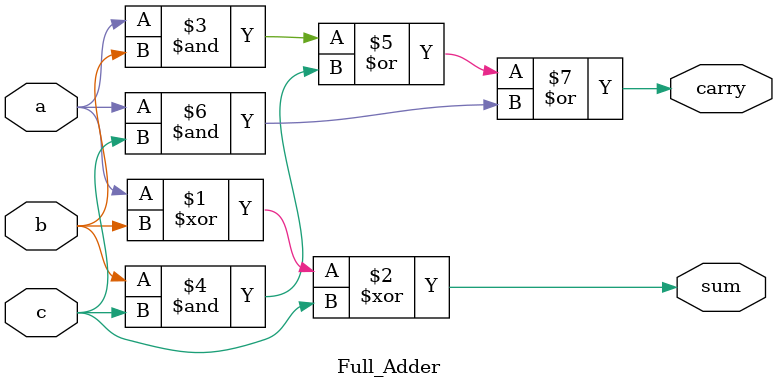
<source format=v>

module Full_Adder(
input a,b,c,
output sum, carry
    );
    assign sum=a^b^c;
    assign carry= a&b|b&c|a&c;
endmodule

</source>
